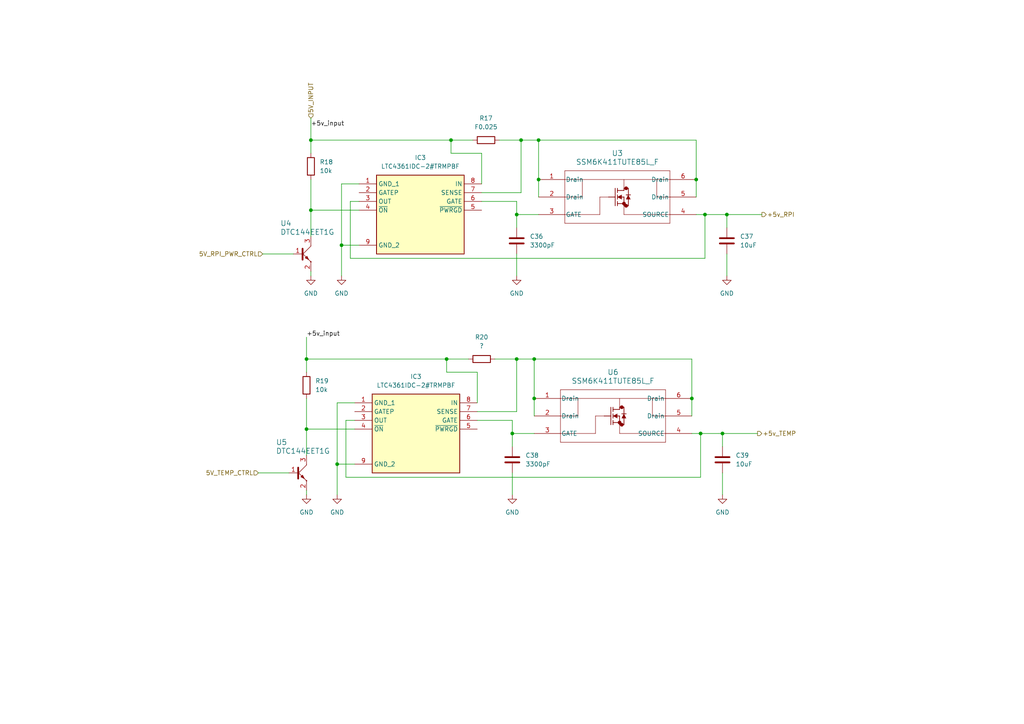
<source format=kicad_sch>
(kicad_sch (version 20230121) (generator eeschema)
  (paper "A4")
  (title_block (title "VERTECS CCB - 5V Power Supplies") (date "2023-07-10") (rev "0") (company "Kyushu Institute of Technology"))
  (lib_symbols
    (symbol "Device:C" (pin_numbers hide) (pin_names (offset 0.254))
      (property "Reference" "C" (at 0.635 2.54 0))
      (property "Value" "C" (at 0.635 -2.54 0))
      (symbol "C_0_1"
        (polyline (pts (xy -2.032 -0.762) (xy 2.032 -0.762)) (stroke (width 0.508)))
        (polyline (pts (xy -2.032 0.762) (xy 2.032 0.762)) (stroke (width 0.508)))
      )
      (symbol "C_1_1"
        (pin passive line (at 0 3.81 270) (length 2.794) (name "~") (number "1"))
        (pin passive line (at 0 -3.81 90) (length 2.794) (name "~") (number "2"))
      )
    )
    (symbol "Device:R" (pin_numbers hide) (pin_names (offset 0))
      (property "Reference" "R" (at 2.032 0 90))
      (property "Value" "R" (at 0 0 90))
      (symbol "R_0_1"
        (rectangle (start -1.016 -2.54) (end 1.016 2.54) (stroke (width 0.254)))
      )
      (symbol "R_1_1"
        (pin passive line (at 0 3.81 270) (length 1.27) (name "~") (number "1"))
        (pin passive line (at 0 -3.81 90) (length 1.27) (name "~") (number "2"))
      )
    )
    (symbol "LTC4361IDC-2#TRMPBF_1"
      (property "Reference" "IC4" (at 17.78 7.62 0))
      (property "Value" "LTC4361IDC-2#TRMPBF" (at 17.78 5.08 0))
      (symbol "LTC4361IDC-2#TRMPBF_1_1_1"
        (rectangle (start 5.08 2.54) (end 30.48 -20.32) (stroke (width 0.254)) (fill (type background)))
        (pin passive line (at 0 0 0) (length 5.08) (name "GND_1") (number "1"))
        (pin passive line (at 0 -2.54 0) (length 5.08) (name "GATEP") (number "2"))
        (pin passive line (at 0 -5.08 0) (length 5.08) (name "OUT") (number "3"))
        (pin passive line (at 0 -7.62 0) (length 5.08) (name "~{ON}") (number "4"))
        (pin passive line (at 35.56 -7.62 180) (length 5.08) (name "~{PWRGD}") (number "5"))
        (pin passive line (at 35.56 -5.08 180) (length 5.08) (name "GATE") (number "6"))
        (pin passive line (at 35.56 -2.54 180) (length 5.08) (name "SENSE") (number "7"))
        (pin passive line (at 35.56 0 180) (length 5.08) (name "IN") (number "8"))
        (pin passive line (at 0 -17.78 0) (length 5.08) (name "GND_2") (number "9"))
      )
    )
    (symbol "VERTECS_CCB_Library:DTC144EET1G" (pin_names (offset 0.254))
      (property "Reference" "U" (at 25.4 10.16 0))
      (property "Value" "DTC144EET1G" (at 25.4 7.62 0))
      (symbol "DTC144EET1G_0_1"
        (polyline (pts (xy 2.54 -0.254) (xy 5.08 2.286)))
        (polyline (pts (xy 2.667 1.524) (xy 2.667 -1.651)) (stroke (width 0.508)) (fill (type outline)))
        (polyline (pts (xy 5.08 2.286) (xy 5.08 2.54)))
        (polyline (pts (xy 5.08 -2.286) (xy 2.54 0.254) (xy 2.54 0.254)))
        (polyline (pts (xy 3.429 -1.143) (xy 3.937 -0.635) (xy 4.445 -1.651) (xy 3.429 -1.143)) (fill (type outline)))
        (circle (center 5.08 -2.286) (radius 0.127))
      )
      (symbol "DTC144EET1G_1_1"
        (pin input line (at 0 0 0) (length 2.54) (name "") (number "1"))
        (pin passive line (at 5.08 -5.08 90) (length 2.54) (name "") (number "2"))
        (pin passive line (at 5.08 5.08 270) (length 2.54) (name "") (number "3"))
      )
    )
    (symbol "VERTECS_CCB_Library:SSM6K411TUTE85L_F" (pin_names (offset 0.254))
      (property "Reference" "U" (at 22.86 10.16 0))
      (property "Value" "SSM6K411TUTE85L_F" (at 22.86 7.62 0))
      (symbol "SSM6K411TUTE85L_F_0_1"
        (polyline (pts (xy 7.62 -10.16) (xy 38.1 -10.16)) (stroke (width 0.127)))
        (polyline (pts (xy 7.62 -7.62) (xy 17.78 -7.62)) (stroke (width 0.127)))
        (polyline (pts (xy 7.62 -2.54) (xy 12.7 -2.54)) (stroke (width 0.127)))
        (polyline (pts (xy 7.62 2.54) (xy 38.1 2.54)) (stroke (width 0.127)))
        (polyline (pts (xy 7.62 5.08) (xy 7.62 -10.16)) (stroke (width 0.127)))
        (polyline (pts (xy 12.7 -2.54) (xy 12.7 2.54)) (stroke (width 0.127)))
        (polyline (pts (xy 17.78 -7.62) (xy 17.78 -2.54)) (stroke (width 0.127)))
        (polyline (pts (xy 17.78 -2.54) (xy 20.32 -2.54)) (stroke (width 0.127)))
        (polyline (pts (xy 20.32 -2.54) (xy 22.225 -2.54)) (stroke (width 0.2032)))
        (polyline (pts (xy 22.225 -5.08) (xy 22.225 0)) (stroke (width 0.2032)))
        (polyline (pts (xy 22.86 -5.08) (xy 22.86 -3.81)) (stroke (width 0.2032)))
        (polyline (pts (xy 22.86 -4.445) (xy 24.765 -4.445)) (stroke (width 0.2032)))
        (polyline (pts (xy 22.86 -3.175) (xy 22.86 -1.905)) (stroke (width 0.2032)))
        (polyline (pts (xy 22.86 -1.27) (xy 22.86 0)) (stroke (width 0.2032)))
        (polyline (pts (xy 22.86 -0.635) (xy 24.765 -0.635)) (stroke (width 0.2032)))
        (polyline (pts (xy 24.13 -2.54) (xy 24.765 -2.54)) (stroke (width 0.2032)))
        (polyline (pts (xy 24.765 -5.08) (xy 24.765 -7.62)) (stroke (width 0.127)))
        (polyline (pts (xy 24.765 -5.08) (xy 24.765 -2.54)) (stroke (width 0.2032)))
        (polyline (pts (xy 24.765 -5.08) (xy 26.035 -5.08)) (stroke (width 0.2032)))
        (polyline (pts (xy 24.765 -0.635) (xy 24.765 0)) (stroke (width 0.2032)))
        (polyline (pts (xy 24.765 0) (xy 24.765 2.54)) (stroke (width 0.127)))
        (polyline (pts (xy 24.765 0) (xy 26.035 0)) (stroke (width 0.2032)))
        (polyline (pts (xy 26.035 -5.08) (xy 26.035 -3.175)) (stroke (width 0.2032)))
        (polyline (pts (xy 26.035 -1.905) (xy 26.035 0)) (stroke (width 0.2032)))
        (polyline (pts (xy 26.67 -1.905) (xy 25.4 -1.905)) (stroke (width 0.2032)))
        (polyline (pts (xy 34.29 -2.54) (xy 34.29 2.54)) (stroke (width 0.127)))
        (polyline (pts (xy 38.1 -10.16) (xy 38.1 5.08)) (stroke (width 0.127)))
        (polyline (pts (xy 38.1 -7.62) (xy 24.765 -7.62)) (stroke (width 0.127)))
        (polyline (pts (xy 38.1 -2.54) (xy 34.29 -2.54)) (stroke (width 0.127)))
        (polyline (pts (xy 38.1 5.08) (xy 7.62 5.08)) (stroke (width 0.127)))
        (polyline (pts (xy 24.13 -1.905) (xy 22.86 -2.54) (xy 24.13 -3.175)) (stroke (width 0.0254)) (fill (type outline)))
        (polyline (pts (xy 26.67 -3.175) (xy 25.4 -3.175) (xy 26.035 -1.905)) (stroke (width 0.0254)) (fill (type outline)))
        (circle (center 24.765 -4.445) (radius 0.0254) (stroke (width 0.508)))
        (circle (center 25.4 -5.08) (radius 0.0254) (stroke (width 0.508)))
        (circle (center 25.4 0) (radius 0.0254) (stroke (width 0.508)))
        (pin unspecified line (at 0 2.54 0) (length 7.62) (name "Drain") (number "1"))
        (pin unspecified line (at 0 -2.54 0) (length 7.62) (name "Drain") (number "2"))
        (pin unspecified line (at 0 -7.62 0) (length 7.62) (name "GATE") (number "3"))
        (pin unspecified line (at 45.72 -7.62 180) (length 7.62) (name "SOURCE") (number "4"))
        (pin unspecified line (at 45.72 -2.54 180) (length 7.62) (name "Drain") (number "5"))
        (pin unspecified line (at 45.72 2.54 180) (length 7.62) (name "Drain") (number "6"))
      )
    )
    (symbol "power:GND" (power) (pin_names (offset 0))
      (property "Value" "GND" (at 0 -3.81 0))
      (symbol "GND_0_1"
        (polyline (pts (xy 0 0) (xy 0 -1.27) (xy 1.27 -1.27) (xy 0 -2.54) (xy -1.27 -1.27) (xy 0 -1.27)))
      )
      (symbol "GND_1_1"
        (pin power_in line (at 0 0 270) (length 0) hide (name "GND") (number "1"))
      )
    )
  )
  (junction (at 97.79 134.62))
  (junction (at 90.17 40.64))
  (junction (at 129.54 104.14))
  (junction (at 148.59 125.73))
  (junction (at 204.47 62.23))
  (junction (at 156.21 40.64))
  (junction (at 88.9 104.14))
  (junction (at 156.21 52.07))
  (junction (at 154.94 115.57))
  (junction (at 88.9 124.46))
  (junction (at 149.86 62.23))
  (junction (at 210.82 62.23))
  (junction (at 130.81 40.64))
  (junction (at 200.66 115.57))
  (junction (at 149.86 104.14))
  (junction (at 90.17 60.96))
  (junction (at 154.94 104.14))
  (junction (at 209.55 125.73))
  (junction (at 151.13 40.64))
  (junction (at 99.06 71.12))
  (junction (at 203.2 125.73))
  (junction (at 201.93 52.07))
  (wire (pts (xy 97.79 134.62) (xy 102.87 134.62)))
  (wire (pts (xy 88.9 104.14) (xy 88.9 107.95)))
  (wire (pts (xy 139.7 44.45) (xy 130.81 44.45)))
  (wire (pts (xy 151.13 40.64) (xy 156.21 40.64)))
  (wire (pts (xy 129.54 104.14) (xy 135.89 104.14)))
  (wire (pts (xy 149.86 58.42) (xy 149.86 62.23)))
  (wire (pts (xy 97.79 134.62) (xy 97.79 143.51)))
  (wire (pts (xy 90.17 78.74) (xy 90.17 80.01)))
  (wire (pts (xy 203.2 125.73) (xy 209.55 125.73)))
  (wire (pts (xy 88.9 104.14) (xy 129.54 104.14)))
  (wire (pts (xy 200.66 115.57) (xy 200.66 104.14)))
  (wire (pts (xy 201.93 62.23) (xy 204.47 62.23)))
  (wire (pts (xy 209.55 137.16) (xy 209.55 143.51)))
  (wire (pts (xy 201.93 52.07) (xy 201.93 40.64)))
  (wire (pts (xy 88.9 115.57) (xy 88.9 124.46)))
  (wire (pts (xy 88.9 142.24) (xy 88.9 143.51)))
  (wire (pts (xy 200.66 115.57) (xy 200.66 120.65)))
  (wire (pts (xy 90.17 60.96) (xy 90.17 68.58)))
  (wire (pts (xy 99.06 53.34) (xy 99.06 71.12)))
  (wire (pts (xy 210.82 62.23) (xy 210.82 66.04)))
  (wire (pts (xy 156.21 52.07) (xy 156.21 57.15)))
  (wire (pts (xy 149.86 73.66) (xy 149.86 80.01)))
  (wire (pts (xy 209.55 125.73) (xy 209.55 129.54)))
  (wire (pts (xy 101.6 74.93) (xy 101.6 58.42)))
  (wire (pts (xy 88.9 97.79) (xy 88.9 104.14)))
  (wire (pts (xy 201.93 52.07) (xy 201.93 57.15)))
  (wire (pts (xy 200.66 125.73) (xy 203.2 125.73)))
  (wire (pts (xy 210.82 62.23) (xy 220.98 62.23)))
  (wire (pts (xy 204.47 74.93) (xy 101.6 74.93)))
  (wire (pts (xy 99.06 71.12) (xy 104.14 71.12)))
  (wire (pts (xy 102.87 116.84) (xy 97.79 116.84)))
  (wire (pts (xy 90.17 40.64) (xy 130.81 40.64)))
  (wire (pts (xy 88.9 124.46) (xy 88.9 132.08)))
  (wire (pts (xy 139.7 53.34) (xy 139.7 44.45)))
  (wire (pts (xy 139.7 55.88) (xy 151.13 55.88)))
  (wire (pts (xy 104.14 53.34) (xy 99.06 53.34)))
  (wire (pts (xy 74.93 137.16) (xy 83.82 137.16)))
  (wire (pts (xy 102.87 124.46) (xy 88.9 124.46)))
  (wire (pts (xy 90.17 40.64) (xy 90.17 44.45)))
  (wire (pts (xy 104.14 60.96) (xy 90.17 60.96)))
  (wire (pts (xy 209.55 125.73) (xy 219.71 125.73)))
  (wire (pts (xy 138.43 116.84) (xy 138.43 107.95)))
  (wire (pts (xy 149.86 119.38) (xy 149.86 104.14)))
  (wire (pts (xy 101.6 58.42) (xy 104.14 58.42)))
  (wire (pts (xy 156.21 40.64) (xy 156.21 52.07)))
  (wire (pts (xy 204.47 62.23) (xy 204.47 74.93)))
  (wire (pts (xy 130.81 44.45) (xy 130.81 40.64)))
  (wire (pts (xy 203.2 138.43) (xy 100.33 138.43)))
  (wire (pts (xy 201.93 40.64) (xy 156.21 40.64)))
  (wire (pts (xy 138.43 107.95) (xy 129.54 107.95)))
  (wire (pts (xy 149.86 104.14) (xy 154.94 104.14)))
  (wire (pts (xy 151.13 55.88) (xy 151.13 40.64)))
  (wire (pts (xy 97.79 116.84) (xy 97.79 134.62)))
  (wire (pts (xy 99.06 71.12) (xy 99.06 80.01)))
  (wire (pts (xy 148.59 125.73) (xy 154.94 125.73)))
  (wire (pts (xy 200.66 104.14) (xy 154.94 104.14)))
  (wire (pts (xy 90.17 34.29) (xy 90.17 40.64)))
  (wire (pts (xy 144.78 40.64) (xy 151.13 40.64)))
  (wire (pts (xy 130.81 40.64) (xy 137.16 40.64)))
  (wire (pts (xy 154.94 115.57) (xy 154.94 120.65)))
  (wire (pts (xy 129.54 107.95) (xy 129.54 104.14)))
  (wire (pts (xy 149.86 62.23) (xy 156.21 62.23)))
  (wire (pts (xy 139.7 58.42) (xy 149.86 58.42)))
  (wire (pts (xy 138.43 121.92) (xy 148.59 121.92)))
  (wire (pts (xy 210.82 73.66) (xy 210.82 80.01)))
  (wire (pts (xy 100.33 121.92) (xy 102.87 121.92)))
  (wire (pts (xy 203.2 125.73) (xy 203.2 138.43)))
  (wire (pts (xy 76.2 73.66) (xy 85.09 73.66)))
  (wire (pts (xy 149.86 62.23) (xy 149.86 66.04)))
  (wire (pts (xy 154.94 104.14) (xy 154.94 115.57)))
  (wire (pts (xy 138.43 119.38) (xy 149.86 119.38)))
  (wire (pts (xy 148.59 137.16) (xy 148.59 143.51)))
  (wire (pts (xy 100.33 138.43) (xy 100.33 121.92)))
  (wire (pts (xy 148.59 125.73) (xy 148.59 129.54)))
  (wire (pts (xy 204.47 62.23) (xy 210.82 62.23)))
  (wire (pts (xy 148.59 121.92) (xy 148.59 125.73)))
  (wire (pts (xy 143.51 104.14) (xy 149.86 104.14)))
  (wire (pts (xy 90.17 52.07) (xy 90.17 60.96)))
  (label "+5v_input" (at 90.17 36.83 0))
  (label "+5v_input" (at 88.9 97.79 0))
  (hierarchical_label "5V_INPUT" (shape input) (at 90.17 34.29 90))
  (hierarchical_label "5V_TEMP_CTRL" (shape input) (at 74.93 137.16 180))
  (hierarchical_label "+5v_TEMP" (shape output) (at 219.71 125.73 0))
  (hierarchical_label "5V_RPI_PWR_CTRL" (shape input) (at 76.2 73.66 180))
  (hierarchical_label "+5v_RPI" (shape output) (at 220.98 62.23 0))
  (symbol (lib_name "LTC4361IDC-2#TRMPBF_1") (lib_id "VERTECS_CCB_Library:LTC4361IDC-2#TRMPBF") (at 102.87 116.84 0) (unit 1)
    (property "Reference" "IC3" (at 120.65 109.22 0))
    (property "Value" "LTC4361IDC-2#TRMPBF" (at 120.65 111.76 0))
    (property "Footprint" "VERTECS_CCB_Library:SON45P200X200X80-9N-D" (effects hide))
    (property "Datasheet" "https://www.analog.com/media/en/technical-documentation/data-sheets/ltc4361-1-4361-2.pdf" (effects hide))
    (property "Height" "0.8" (effects hide))
    (property "Mouser Part Number" "584-C4361IDC-2TRMPBF" (effects hide))
    (property "Mouser Price/Stock" "https://www.mouser.co.uk/ProductDetail/Analog-Devices/LTC4361IDC-2TRMPBF?qs=hVkxg5c3xu8HFOGoKycDRQ%3D%3D" (effects hide))
    (property "Manufacturer_Name" "Analog Devices" (effects hide))
    (property "Manufacturer_Part_Number" "LTC4361IDC-2#TRMPBF" (effects hide))
  )
  (symbol (lib_id "VERTECS_CCB_Library:DTC144EET1G") (at 83.82 137.16 0) (unit 1)
    (property "Reference" "U5" (at 80.01 128.27 0) (effects (font (size 1.524 1.524)) (justify left)))
    (property "Value" "DTC144EET1G" (at 80.01 130.81 0) (effects (font (size 1.524 1.524)) (justify left)))
    (property "Footprint" "VERTECS_CCB_Library:SOT-416_1P65X0P9_ONS" (effects hide))
    (property "Datasheet" "DTC144EET1G" (effects hide))
    (instances (project "VERTECS_CCB" (path "" (reference "U5") (unit 1)) (path "" (reference "U4") (unit 1))))
  )
  (symbol (lib_id "VERTECS_CCB_Library:SSM6K411TUTE85L_F") (at 154.94 118.11 0) (unit 1)
    (property "Reference" "U6" (at 177.8 107.95 0) (effects (font (size 1.524 1.524))))
    (property "Value" "SSM6K411TUTE85L_F" (at 177.8 110.49 0) (effects (font (size 1.524 1.524))))
    (property "Footprint" "VERTECS_CCB_Library:SON_E85L_F_TOS" (effects hide))
    (property "Datasheet" "SSM6K411TUTE85L_F" (effects hide))
  )
  (symbol (lib_id "VERTECS_CCB_Library:DTC144EET1G") (at 85.09 73.66 0) (unit 1)
    (property "Reference" "U4" (at 81.28 64.77 0) (effects (font (size 1.524 1.524)) (justify left)))
    (property "Value" "DTC144EET1G" (at 81.28 67.31 0) (effects (font (size 1.524 1.524)) (justify left)))
    (property "Footprint" "VERTECS_CCB_Library:SOT-416_1P65X0P9_ONS" (effects hide))
    (property "Datasheet" "DTC144EET1G" (effects hide))
    (instances (project "VERTECS_CCB" (path "" (reference "U4") (unit 1)) (path "" (reference "U5") (unit 1))))
  )
  (symbol (lib_id "Device:C") (at 148.59 133.35 0) (unit 1)
    (property "Reference" "C38" (at 152.4 132.08 0) (effects (justify left)))
    (property "Value" "3300pF" (at 152.4 134.62 0) (effects (justify left)))
    (instances (project "VERTECS_CCB" (path "" (reference "C38") (unit 1)) (path "" (reference "C34") (unit 1))))
  )
  (symbol (lib_id "Device:C") (at 209.55 133.35 0) (unit 1)
    (property "Reference" "C39" (at 213.36 132.08 0) (effects (justify left)))
    (property "Value" "10uF" (at 213.36 134.62 0) (effects (justify left)))
    (instances (project "VERTECS_CCB" (path "" (reference "C39") (unit 1)) (path "" (reference "C36") (unit 1))))
  )
  (symbol (lib_id "power:GND") (at 149.86 80.01 0) (unit 1)
    (property "Reference" "#PWR044" (effects hide))
    (property "Value" "GND" (at 149.86 85.09 0))
    (instances (project "VERTECS_CCB" (path "" (reference "#PWR044") (unit 1)) (path "" (reference "#PWR046") (unit 1))))
  )
  (symbol (lib_id "power:GND") (at 148.59 143.51 0) (unit 1)
    (property "Reference" "#PWR049" (effects hide))
    (property "Value" "GND" (at 148.59 148.59 0))
    (instances (project "VERTECS_CCB" (path "" (reference "#PWR049") (unit 1)) (path "" (reference "#PWR045") (unit 1))))
  )
  (symbol (lib_id "Device:R") (at 139.7 104.14 90) (unit 1)
    (property "Reference" "R20" (at 139.7 97.79 90))
    (property "Value" "?" (at 139.7 100.33 90))
    (instances (project "VERTECS_CCB" (path "" (reference "R20") (unit 1)) (path "" (reference "R19") (unit 1))))
  )
  (symbol (lib_id "power:GND") (at 97.79 143.51 0) (unit 1)
    (property "Reference" "#PWR048" (effects hide))
    (property "Value" "GND" (at 97.79 148.59 0))
    (instances (project "VERTECS_CCB" (path "" (reference "#PWR048") (unit 1)) (path "" (reference "#PWR043") (unit 1))))
  )
  (symbol (lib_id "power:GND") (at 99.06 80.01 0) (unit 1)
    (property "Reference" "#PWR043" (effects hide))
    (property "Value" "GND" (at 99.06 85.09 0))
    (instances (project "VERTECS_CCB" (path "" (reference "#PWR043") (unit 1)) (path "" (reference "#PWR044") (unit 1))))
  )
  (symbol (lib_id "Device:R") (at 90.17 48.26 0) (unit 1)
    (property "Reference" "R18" (at 92.71 46.99 0) (effects (justify left)))
    (property "Value" "10k" (at 92.71 49.53 0) (effects (justify left)))
  )
  (symbol (lib_id "power:GND") (at 90.17 80.01 0) (unit 1)
    (property "Reference" "#PWR046" (effects hide))
    (property "Value" "GND" (at 90.17 85.09 0))
    (instances (project "VERTECS_CCB" (path "" (reference "#PWR046") (unit 1)) (path "" (reference "#PWR042") (unit 1))))
  )
  (symbol (lib_id "Device:R") (at 88.9 111.76 0) (unit 1)
    (property "Reference" "R19" (at 91.44 110.49 0) (effects (justify left)))
    (property "Value" "10k" (at 91.44 113.03 0) (effects (justify left)))
    (instances (project "VERTECS_CCB" (path "" (reference "R19") (unit 1)) (path "" (reference "R17") (unit 1))))
  )
  (symbol (lib_id "power:GND") (at 210.82 80.01 0) (unit 1)
    (property "Reference" "#PWR045" (effects hide))
    (property "Value" "GND" (at 210.82 85.09 0))
    (instances (project "VERTECS_CCB" (path "" (reference "#PWR045") (unit 1)) (path "" (reference "#PWR048") (unit 1))))
  )
  (symbol (lib_name "LTC4361IDC-2#TRMPBF_1") (lib_id "VERTECS_CCB_Library:LTC4361IDC-2#TRMPBF") (at 104.14 53.34 0) (unit 1)
    (property "Reference" "IC3" (at 121.92 45.72 0))
    (property "Value" "LTC4361IDC-2#TRMPBF" (at 121.92 48.26 0))
    (property "Footprint" "VERTECS_CCB_Library:SON45P200X200X80-9N-D" (effects hide))
    (property "Datasheet" "https://www.analog.com/media/en/technical-documentation/data-sheets/ltc4361-1-4361-2.pdf" (effects hide))
    (property "Height" "0.8" (effects hide))
    (property "Mouser Part Number" "584-C4361IDC-2TRMPBF" (effects hide))
    (property "Mouser Price/Stock" "https://www.mouser.co.uk/ProductDetail/Analog-Devices/LTC4361IDC-2TRMPBF?qs=hVkxg5c3xu8HFOGoKycDRQ%3D%3D" (effects hide))
    (property "Manufacturer_Name" "Analog Devices" (effects hide))
    (property "Manufacturer_Part_Number" "LTC4361IDC-2#TRMPBF" (effects hide))
    (instances (project "VERTECS_CCB" (path "" (reference "IC3") (unit 1)) (path "" (reference "IC4") (unit 1))))
  )
  (symbol (lib_id "Device:R") (at 140.97 40.64 90) (unit 1)
    (property "Reference" "R17" (at 140.97 34.29 90))
    (property "Value" "F0.025" (at 140.97 36.83 90))
    (instances (project "VERTECS_CCB" (path "" (reference "R17") (unit 1)) (path "" (reference "R20") (unit 1))))
  )
  (symbol (lib_id "VERTECS_CCB_Library:SSM6K411TUTE85L_F") (at 156.21 54.61 0) (unit 1)
    (property "Reference" "U3" (at 179.07 44.45 0) (effects (font (size 1.524 1.524))))
    (property "Value" "SSM6K411TUTE85L_F" (at 179.07 46.99 0) (effects (font (size 1.524 1.524))))
    (property "Footprint" "VERTECS_CCB_Library:SON_E85L_F_TOS" (effects hide))
    (property "Datasheet" "SSM6K411TUTE85L_F" (effects hide))
    (instances (project "VERTECS_CCB" (path "" (reference "U3") (unit 1)) (path "" (reference "U7") (unit 1))))
  )
  (symbol (lib_id "Device:C") (at 210.82 69.85 0) (unit 1)
    (property "Reference" "C37" (at 214.63 68.58 0) (effects (justify left)))
    (property "Value" "10uF" (at 214.63 71.12 0) (effects (justify left)))
  )
  (symbol (lib_id "power:GND") (at 88.9 143.51 0) (unit 1)
    (property "Reference" "#PWR047" (effects hide))
    (property "Value" "GND" (at 88.9 148.59 0))
    (instances (project "VERTECS_CCB" (path "" (reference "#PWR047") (unit 1)) (path "" (reference "#PWR041") (unit 1))))
  )
  (symbol (lib_id "Device:C") (at 149.86 69.85 0) (unit 1)
    (property "Reference" "C36" (at 153.67 68.58 0) (effects (justify left)))
    (property "Value" "3300pF" (at 153.67 71.12 0) (effects (justify left)))
    (instances (project "VERTECS_CCB" (path "" (reference "C36") (unit 1)) (path "" (reference "C35") (unit 1))))
  )
  (symbol (lib_id "power:GND") (at 209.55 143.51 0) (unit 1)
    (property "Reference" "#PWR050" (effects hide))
    (property "Value" "GND" (at 209.55 148.59 0))
    (instances (project "VERTECS_CCB" (path "" (reference "#PWR050") (unit 1)) (path "" (reference "#PWR047") (unit 1))))
  )
)
</source>
